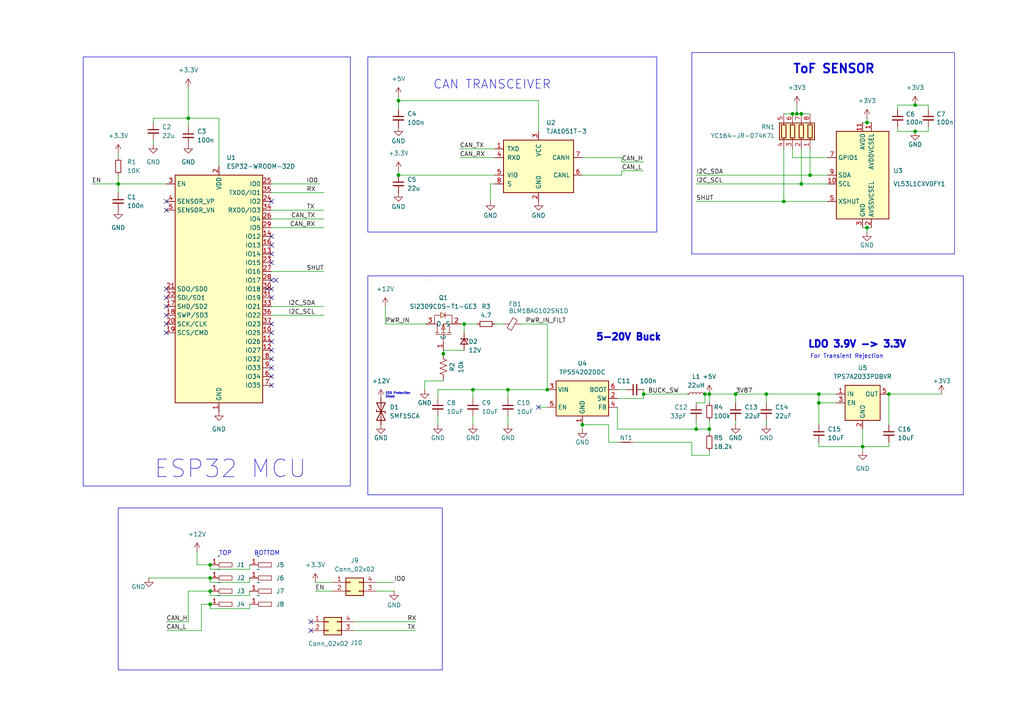
<source format=kicad_sch>
(kicad_sch (version 20231120) (generator "eeschema") (generator_version "8.0")
  (paper "A4")
  (lib_symbols
    (symbol "Connector_Generic:Conn_02x02_Counter_Clockwise" (pin_names (offset 1.016) hide)
      (property "Reference" "J" (at 1.27 2.54 0))
      (property "Value" "Conn_02x02_Counter_Clockwise" (at 1.27 -5.08 0))
      (symbol "Conn_02x02_Counter_Clockwise_1_1"
        (rectangle (start -1.27 -2.413) (end 0 -2.667) (stroke (width 0.1524)))
        (rectangle (start -1.27 0.127) (end 0 -0.127) (stroke (width 0.1524)))
        (rectangle (start -1.27 1.27) (end 3.81 -3.81) (stroke (width 0.254)) (fill (type background)))
        (rectangle (start 3.81 -2.413) (end 2.54 -2.667) (stroke (width 0.1524)))
        (rectangle (start 3.81 0.127) (end 2.54 -0.127) (stroke (width 0.1524)))
        (pin passive line (at -5.08 0 0) (length 3.81) (name "Pin_1") (number "1"))
        (pin passive line (at -5.08 -2.54 0) (length 3.81) (name "Pin_2") (number "2"))
        (pin passive line (at 7.62 -2.54 180) (length 3.81) (name "Pin_3") (number "3"))
        (pin passive line (at 7.62 0 180) (length 3.81) (name "Pin_4") (number "4"))
      )
    )
    (symbol "Device:C_Small" (pin_numbers hide) (pin_names (offset 0.254) hide)
      (property "Reference" "C" (at 0.254 1.778 0))
      (property "Value" "C_Small" (at 0.254 -2.032 0))
      (symbol "C_Small_0_1"
        (polyline (pts (xy -1.524 -0.508) (xy 1.524 -0.508)) (stroke (width 0.3302)))
        (polyline (pts (xy -1.524 0.508) (xy 1.524 0.508)) (stroke (width 0.3048)))
      )
      (symbol "C_Small_1_1"
        (pin passive line (at 0 2.54 270) (length 2.032) (name "~") (number "1"))
        (pin passive line (at 0 -2.54 90) (length 2.032) (name "~") (number "2"))
      )
    )
    (symbol "Device:D_TVS" (pin_numbers hide) (pin_names (offset 1.016) hide)
      (property "Reference" "D" (at 0 2.54 0))
      (property "Value" "D_TVS" (at 0 -2.54 0))
      (symbol "D_TVS_0_1"
        (polyline (pts (xy 1.27 0) (xy -1.27 0)))
        (polyline (pts (xy 0.508 1.27) (xy 0 1.27) (xy 0 -1.27) (xy -0.508 -1.27)) (stroke (width 0.254)))
        (polyline (pts (xy -2.54 1.27) (xy -2.54 -1.27) (xy 2.54 1.27) (xy 2.54 -1.27) (xy -2.54 1.27)) (stroke (width 0.254)))
      )
      (symbol "D_TVS_1_1"
        (pin passive line (at -3.81 0 0) (length 2.54) (name "A1") (number "1"))
        (pin passive line (at 3.81 0 180) (length 2.54) (name "A2") (number "2"))
      )
    )
    (symbol "Device:D_Zener_Small" (pin_numbers hide) (pin_names (offset 0.254) hide)
      (property "Reference" "D" (at 0 2.286 0))
      (property "Value" "D_Zener_Small" (at 0 -2.286 0))
      (symbol "D_Zener_Small_0_1"
        (polyline (pts (xy 0.762 0) (xy -0.762 0)))
        (polyline (pts (xy -0.254 1.016) (xy -0.762 1.016) (xy -0.762 -1.016)) (stroke (width 0.254)))
        (polyline (pts (xy 0.762 1.016) (xy -0.762 0) (xy 0.762 -1.016) (xy 0.762 1.016)) (stroke (width 0.254)))
      )
      (symbol "D_Zener_Small_1_1"
        (pin passive line (at -2.54 0 0) (length 1.778) (name "K") (number "1"))
        (pin passive line (at 2.54 0 180) (length 1.778) (name "A") (number "2"))
      )
    )
    (symbol "Device:FerriteBead_Small" (pin_numbers hide) (pin_names (offset 0))
      (property "Reference" "FB" (at 1.905 1.27 0))
      (property "Value" "FerriteBead_Small" (at 1.905 -1.27 0))
      (symbol "FerriteBead_Small_0_1"
        (polyline (pts (xy 0 -1.27) (xy 0 -0.7874)))
        (polyline (pts (xy 0 0.889) (xy 0 1.2954)))
        (polyline (pts (xy -1.8288 0.2794) (xy -1.1176 1.4986) (xy 1.8288 -0.2032) (xy 1.1176 -1.4224) (xy -1.8288 0.2794)))
      )
      (symbol "FerriteBead_Small_1_1"
        (pin passive line (at 0 2.54 270) (length 1.27) (name "~") (number "1"))
        (pin passive line (at 0 -2.54 90) (length 1.27) (name "~") (number "2"))
      )
    )
    (symbol "Device:L_Small" (pin_numbers hide) (pin_names (offset 0.254) hide)
      (property "Reference" "L" (at 0.762 1.016 0))
      (property "Value" "L_Small" (at 0.762 -1.016 0))
      (symbol "L_Small_0_1"
        (arc (start 0 -2.032) (mid 0.5058 -1.524) (end 0 -1.016))
        (arc (start 0 -1.016) (mid 0.5058 -0.508) (end 0 0))
        (arc (start 0 0) (mid 0.5058 0.508) (end 0 1.016))
        (arc (start 0 1.016) (mid 0.5058 1.524) (end 0 2.032))
      )
      (symbol "L_Small_1_1"
        (pin passive line (at 0 2.54 270) (length 0.508) (name "~") (number "1"))
        (pin passive line (at 0 -2.54 90) (length 0.508) (name "~") (number "2"))
      )
    )
    (symbol "Device:NetTie_2" (pin_numbers hide) (pin_names (offset 0) hide) (in_bom no)
      (property "Reference" "NT" (at 0 1.27 0))
      (property "Value" "NetTie_2" (at 0 -1.27 0))
      (symbol "NetTie_2_0_1"
        (polyline (pts (xy -1.27 0) (xy 1.27 0)) (stroke (width 0.254)))
      )
      (symbol "NetTie_2_1_1"
        (pin passive line (at -2.54 0 0) (length 2.54) (name "1") (number "1"))
        (pin passive line (at 2.54 0 180) (length 2.54) (name "2") (number "2"))
      )
    )
    (symbol "Device:R_Pack04" (pin_names (offset 0) hide)
      (property "Reference" "RN" (at -7.62 0 90))
      (property "Value" "R_Pack04" (at 5.08 0 90))
      (symbol "R_Pack04_0_1"
        (rectangle (start -6.35 -2.413) (end 3.81 2.413) (stroke (width 0.254)) (fill (type background)))
        (rectangle (start -5.715 1.905) (end -4.445 -1.905) (stroke (width 0.254)))
        (rectangle (start -3.175 1.905) (end -1.905 -1.905) (stroke (width 0.254)))
        (rectangle (start -0.635 1.905) (end 0.635 -1.905) (stroke (width 0.254)))
        (polyline (pts (xy -5.08 -2.54) (xy -5.08 -1.905)))
        (polyline (pts (xy -5.08 1.905) (xy -5.08 2.54)))
        (polyline (pts (xy -2.54 -2.54) (xy -2.54 -1.905)))
        (polyline (pts (xy -2.54 1.905) (xy -2.54 2.54)))
        (polyline (pts (xy 0 -2.54) (xy 0 -1.905)))
        (polyline (pts (xy 0 1.905) (xy 0 2.54)))
        (polyline (pts (xy 2.54 -2.54) (xy 2.54 -1.905)))
        (polyline (pts (xy 2.54 1.905) (xy 2.54 2.54)))
        (rectangle (start 1.905 1.905) (end 3.175 -1.905) (stroke (width 0.254)))
      )
      (symbol "R_Pack04_1_1"
        (pin passive line (at -5.08 -5.08 90) (length 2.54) (name "R1.1") (number "1"))
        (pin passive line (at -2.54 -5.08 90) (length 2.54) (name "R2.1") (number "2"))
        (pin passive line (at 0 -5.08 90) (length 2.54) (name "R3.1") (number "3"))
        (pin passive line (at 2.54 -5.08 90) (length 2.54) (name "R4.1") (number "4"))
        (pin passive line (at 2.54 5.08 270) (length 2.54) (name "R4.2") (number "5"))
        (pin passive line (at 0 5.08 270) (length 2.54) (name "R3.2") (number "6"))
        (pin passive line (at -2.54 5.08 270) (length 2.54) (name "R2.2") (number "7"))
        (pin passive line (at -5.08 5.08 270) (length 2.54) (name "R1.2") (number "8"))
      )
    )
    (symbol "Device:R_Small" (pin_numbers hide) (pin_names (offset 0.254) hide)
      (property "Reference" "R" (at 0.762 0.508 0))
      (property "Value" "R_Small" (at 0.762 -1.016 0))
      (symbol "R_Small_0_1"
        (rectangle (start -0.762 1.778) (end 0.762 -1.778) (stroke (width 0.2032)))
      )
      (symbol "R_Small_1_1"
        (pin passive line (at 0 2.54 270) (length 0.762) (name "~") (number "1"))
        (pin passive line (at 0 -2.54 90) (length 0.762) (name "~") (number "2"))
      )
    )
    (symbol "Device:R_US" (pin_numbers hide) (pin_names (offset 0))
      (property "Reference" "R" (at 2.54 0 90))
      (property "Value" "R_US" (at -2.54 0 90))
      (symbol "R_US_0_1"
        (polyline (pts (xy 0 -2.286) (xy 0 -2.54)))
        (polyline (pts (xy 0 2.286) (xy 0 2.54)))
        (polyline (pts (xy 0 -0.762) (xy 1.016 -1.143) (xy 0 -1.524) (xy -1.016 -1.905) (xy 0 -2.286)))
        (polyline (pts (xy 0 0.762) (xy 1.016 0.381) (xy 0 0) (xy -1.016 -0.381) (xy 0 -0.762)))
        (polyline (pts (xy 0 2.286) (xy 1.016 1.905) (xy 0 1.524) (xy -1.016 1.143) (xy 0 0.762)))
      )
      (symbol "R_US_1_1"
        (pin passive line (at 0 3.81 270) (length 1.27) (name "~") (number "1"))
        (pin passive line (at 0 -3.81 90) (length 1.27) (name "~") (number "2"))
      )
    )
    (symbol "Interface_CAN_LIN:TJA1051T-3" (pin_names (offset 1.016))
      (property "Reference" "U" (at -10.16 8.89 0))
      (property "Value" "TJA1051T-3" (at 1.27 8.89 0))
      (symbol "TJA1051T-3_0_1"
        (rectangle (start -10.16 7.62) (end 10.16 -7.62) (stroke (width 0.254)) (fill (type background)))
      )
      (symbol "TJA1051T-3_1_1"
        (pin input line (at -12.7 5.08 0) (length 2.54) (name "TXD") (number "1"))
        (pin power_in line (at 0 -10.16 90) (length 2.54) (name "GND") (number "2"))
        (pin power_in line (at 0 10.16 270) (length 2.54) (name "VCC") (number "3"))
        (pin output line (at -12.7 2.54 0) (length 2.54) (name "RXD") (number "4"))
        (pin power_in line (at -12.7 -2.54 0) (length 2.54) (name "VIO") (number "5"))
        (pin bidirectional line (at 12.7 -2.54 180) (length 2.54) (name "CANL") (number "6"))
        (pin bidirectional line (at 12.7 2.54 180) (length 2.54) (name "CANH") (number "7"))
        (pin input line (at -12.7 -5.08 0) (length 2.54) (name "S") (number "8"))
      )
    )
    (symbol "Pad:ConnPad"
      (property "Reference" "J" (at 0 0 0))
      (symbol "ConnPad_0_1"
        (rectangle (start 0 -1.9276) (end 3.81 -3.1592))
      )
      (symbol "ConnPad_1_1"
        (pin unspecified line (at -2.54 -2.54 0) (length 2.54) (name "") (number "1"))
      )
    )
    (symbol "RF_Module:ESP32-WROOM-32D"
      (property "Reference" "U" (at -12.7 34.29 0))
      (property "Value" "ESP32-WROOM-32D" (at 1.27 34.29 0))
      (symbol "ESP32-WROOM-32D_0_1"
        (rectangle (start -12.7 33.02) (end 12.7 -33.02) (stroke (width 0.254)) (fill (type background)))
      )
      (symbol "ESP32-WROOM-32D_1_1"
        (pin power_in line (at 0 -35.56 90) (length 2.54) (name "GND") (number "1"))
        (pin bidirectional line (at 15.24 -12.7 180) (length 2.54) (name "IO25") (number "10"))
        (pin bidirectional line (at 15.24 -15.24 180) (length 2.54) (name "IO26") (number "11"))
        (pin bidirectional line (at 15.24 -17.78 180) (length 2.54) (name "IO27") (number "12"))
        (pin bidirectional line (at 15.24 10.16 180) (length 2.54) (name "IO14") (number "13"))
        (pin bidirectional line (at 15.24 15.24 180) (length 2.54) (name "IO12") (number "14"))
        (pin passive line (at 0 -35.56 90) (length 2.54) hide (name "GND") (number "15"))
        (pin bidirectional line (at 15.24 12.7 180) (length 2.54) (name "IO13") (number "16"))
        (pin bidirectional line (at -15.24 -5.08 0) (length 2.54) (name "SHD/SD2") (number "17"))
        (pin bidirectional line (at -15.24 -7.62 0) (length 2.54) (name "SWP/SD3") (number "18"))
        (pin bidirectional line (at -15.24 -12.7 0) (length 2.54) (name "SCS/CMD") (number "19"))
        (pin power_in line (at 0 35.56 270) (length 2.54) (name "VDD") (number "2"))
        (pin bidirectional line (at -15.24 -10.16 0) (length 2.54) (name "SCK/CLK") (number "20"))
        (pin bidirectional line (at -15.24 0 0) (length 2.54) (name "SDO/SD0") (number "21"))
        (pin bidirectional line (at -15.24 -2.54 0) (length 2.54) (name "SDI/SD1") (number "22"))
        (pin bidirectional line (at 15.24 7.62 180) (length 2.54) (name "IO15") (number "23"))
        (pin bidirectional line (at 15.24 25.4 180) (length 2.54) (name "IO2") (number "24"))
        (pin bidirectional line (at 15.24 30.48 180) (length 2.54) (name "IO0") (number "25"))
        (pin bidirectional line (at 15.24 20.32 180) (length 2.54) (name "IO4") (number "26"))
        (pin bidirectional line (at 15.24 5.08 180) (length 2.54) (name "IO16") (number "27"))
        (pin bidirectional line (at 15.24 2.54 180) (length 2.54) (name "IO17") (number "28"))
        (pin bidirectional line (at 15.24 17.78 180) (length 2.54) (name "IO5") (number "29"))
        (pin input line (at -15.24 30.48 0) (length 2.54) (name "EN") (number "3"))
        (pin bidirectional line (at 15.24 0 180) (length 2.54) (name "IO18") (number "30"))
        (pin bidirectional line (at 15.24 -2.54 180) (length 2.54) (name "IO19") (number "31"))
        (pin no_connect line (at -12.7 -27.94 0) (length 2.54) hide (name "NC") (number "32"))
        (pin bidirectional line (at 15.24 -5.08 180) (length 2.54) (name "IO21") (number "33"))
        (pin bidirectional line (at 15.24 22.86 180) (length 2.54) (name "RXD0/IO3") (number "34"))
        (pin bidirectional line (at 15.24 27.94 180) (length 2.54) (name "TXD0/IO1") (number "35"))
        (pin bidirectional line (at 15.24 -7.62 180) (length 2.54) (name "IO22") (number "36"))
        (pin bidirectional line (at 15.24 -10.16 180) (length 2.54) (name "IO23") (number "37"))
        (pin passive line (at 0 -35.56 90) (length 2.54) hide (name "GND") (number "38"))
        (pin passive line (at 0 -35.56 90) (length 2.54) hide (name "GND") (number "39"))
        (pin input line (at -15.24 25.4 0) (length 2.54) (name "SENSOR_VP") (number "4"))
        (pin input line (at -15.24 22.86 0) (length 2.54) (name "SENSOR_VN") (number "5"))
        (pin input line (at 15.24 -25.4 180) (length 2.54) (name "IO34") (number "6"))
        (pin input line (at 15.24 -27.94 180) (length 2.54) (name "IO35") (number "7"))
        (pin bidirectional line (at 15.24 -20.32 180) (length 2.54) (name "IO32") (number "8"))
        (pin bidirectional line (at 15.24 -22.86 180) (length 2.54) (name "IO33") (number "9"))
      )
    )
    (symbol "Regulator_Linear:TPS7A0508PDBV"
      (property "Reference" "U" (at -3.81 6.35 0))
      (property "Value" "TPS7A0508PDBV" (at 6.35 6.35 0))
      (symbol "TPS7A0508PDBV_0_1"
        (rectangle (start -5.08 -5.08) (end 5.08 5.08) (stroke (width 0.254)) (fill (type background)))
        (pin power_in line (at -7.62 2.54 0) (length 2.54) (name "IN") (number "1"))
        (pin power_in line (at 0 -7.62 90) (length 2.54) (name "GND") (number "2"))
        (pin input line (at -7.62 0 0) (length 2.54) (name "EN") (number "3"))
        (pin no_connect line (at 5.08 0 180) (length 2.54) hide (name "NC") (number "4"))
        (pin power_out line (at 7.62 2.54 180) (length 2.54) (name "OUT") (number "5"))
      )
    )
    (symbol "Regulator_Switching:TPS54202DDC"
      (property "Reference" "U" (at -7.62 6.35 0))
      (property "Value" "TPS54202DDC" (at 0 6.35 0))
      (symbol "TPS54202DDC_0_1"
        (rectangle (start -7.62 5.08) (end 7.62 -5.08) (stroke (width 0.254)) (fill (type background)))
      )
      (symbol "TPS54202DDC_1_1"
        (pin power_in line (at 0 -7.62 90) (length 2.54) (name "GND") (number "1"))
        (pin power_out line (at 10.16 0 180) (length 2.54) (name "SW") (number "2"))
        (pin power_in line (at -10.16 2.54 0) (length 2.54) (name "VIN") (number "3"))
        (pin input line (at 10.16 -2.54 180) (length 2.54) (name "FB") (number "4"))
        (pin input line (at -10.16 -2.54 0) (length 2.54) (name "EN") (number "5"))
        (pin passive line (at 10.16 2.54 180) (length 2.54) (name "BOOT") (number "6"))
      )
    )
    (symbol "SI2309CDS-T1-GE3:Si2309CDS-T1-GE3"
      (property "Reference" "Q" (at 0 10.16 0))
      (property "Value" "Si2309CDS-T1-GE3" (at 0 -10.16 0))
      (symbol "Si2309CDS-T1-GE3_0_1"
        (polyline (pts (xy -4.57 0) (xy -2.54 0)))
        (polyline (pts (xy -2.54 -2.29) (xy -2.54 2.29)))
        (polyline (pts (xy -2.03 -1.27) (xy -2.03 -2.29)))
        (polyline (pts (xy -2.03 0.51) (xy -2.03 -0.51)))
        (polyline (pts (xy -2.03 2.29) (xy -2.03 1.27)))
        (polyline (pts (xy 0.51 -1.78) (xy -2.03 -1.78)))
        (polyline (pts (xy 0.51 1.78) (xy -2.03 1.78)))
        (polyline (pts (xy -2.03 0) (xy 0.51 0) (xy 0.51 2.54)))
        (polyline (pts (xy 0.51 2.54) (xy 3.05 2.54) (xy 3.05 0.51)))
        (polyline (pts (xy 0.51 -1.78) (xy 0.51 -2.54) (xy 3.05 -2.54) (xy 3.05 -0.76)))
        (polyline (pts (xy 0.51 0) (xy -1.02 -0.51) (xy -1.02 0.51) (xy 0.51 0)) (fill (type background)))
        (polyline (pts (xy 3.05 0.51) (xy 3.81 -0.76) (xy 2.29 -0.76) (xy 3.05 0.51)) (fill (type background)))
        (polyline (pts (xy 3.81 0.51) (xy 3.56 0.51) (xy 2.54 0.51) (xy 2.29 0.51)))
        (pin unspecified line (at -7.11 0 0) (length 2.54) (name "G") (number "1"))
        (pin unspecified line (at 0.51 5.08 270) (length 2.54) (name "S") (number "2"))
        (pin unspecified line (at 0.51 -5.08 90) (length 2.54) (name "D") (number "3"))
      )
    )
    (symbol "Sensor_Distance:VL53L1CXV0FY1"
      (property "Reference" "U" (at -6.35 13.97 0))
      (property "Value" "VL53L1CXV0FY1" (at 12.065 13.97 0))
      (symbol "VL53L1CXV0FY1_0_1"
        (rectangle (start -7.62 12.7) (end 7.62 -12.7) (stroke (width 0.254)) (fill (type background)))
      )
      (symbol "VL53L1CXV0FY1_1_1"
        (pin power_in line (at 2.54 15.24 270) (length 2.54) (name "AVDDVCSEL") (number "1"))
        (pin input line (at -10.16 -2.54 0) (length 2.54) (name "SCL") (number "10"))
        (pin power_in line (at 0 15.24 270) (length 2.54) (name "AVDD") (number "11"))
        (pin passive line (at 0 -15.24 90) (length 2.54) hide (name "GND") (number "12"))
        (pin power_in line (at 2.54 -15.24 90) (length 2.54) (name "AVSSVCSEL") (number "2"))
        (pin power_in line (at 0 -15.24 90) (length 2.54) (name "GND") (number "3"))
        (pin passive line (at 0 -15.24 90) (length 2.54) hide (name "GND") (number "4"))
        (pin input line (at -10.16 -7.62 0) (length 2.54) (name "XSHUT") (number "5"))
        (pin passive line (at 0 -15.24 90) (length 2.54) hide (name "GND") (number "6"))
        (pin open_collector line (at -10.16 5.08 0) (length 2.54) (name "GPIO1") (number "7"))
        (pin no_connect line (at -7.62 7.62 0) (length 2.54) hide (name "DNC") (number "8"))
        (pin bidirectional line (at -10.16 0 0) (length 2.54) (name "SDA") (number "9"))
      )
    )
    (symbol "power:+12V" (power) (pin_names (offset 0))
      (property "Value" "+12V" (at 0 3.556 0))
      (symbol "+12V_0_1"
        (polyline (pts (xy -0.762 1.27) (xy 0 2.54)))
        (polyline (pts (xy 0 0) (xy 0 2.54)))
        (polyline (pts (xy 0 2.54) (xy 0.762 1.27)))
      )
      (symbol "+12V_1_1"
        (pin power_in line (at 0 0 90) (length 0) hide (name "+12V") (number "1"))
      )
    )
    (symbol "power:+3.3V" (power) (pin_numbers hide) (pin_names (offset 0) hide)
      (property "Value" "+3.3V" (at 0 3.556 0))
      (symbol "+3.3V_0_1"
        (polyline (pts (xy -0.762 1.27) (xy 0 2.54)))
        (polyline (pts (xy 0 0) (xy 0 2.54)))
        (polyline (pts (xy 0 2.54) (xy 0.762 1.27)))
      )
      (symbol "+3.3V_1_1"
        (pin power_in line (at 0 0 90) (length 0) (name "~") (number "1"))
      )
    )
    (symbol "power:+3V3" (power) (pin_names (offset 0))
      (property "Value" "+3V3" (at 0 3.556 0))
      (symbol "+3V3_0_1"
        (polyline (pts (xy -0.762 1.27) (xy 0 2.54)))
        (polyline (pts (xy 0 0) (xy 0 2.54)))
        (polyline (pts (xy 0 2.54) (xy 0.762 1.27)))
      )
      (symbol "+3V3_1_1"
        (pin power_in line (at 0 0 90) (length 0) hide (name "+3V3") (number "1"))
      )
    )
    (symbol "power:+5V" (power) (pin_numbers hide) (pin_names (offset 0) hide)
      (property "Value" "+5V" (at 0 3.556 0))
      (symbol "+5V_0_1"
        (polyline (pts (xy -0.762 1.27) (xy 0 2.54)))
        (polyline (pts (xy 0 0) (xy 0 2.54)))
        (polyline (pts (xy 0 2.54) (xy 0.762 1.27)))
      )
      (symbol "+5V_1_1"
        (pin power_in line (at 0 0 90) (length 0) (name "~") (number "1"))
      )
    )
    (symbol "power:GND" (power) (pin_numbers hide) (pin_names (offset 0) hide)
      (property "Value" "GND" (at 0 -3.81 0))
      (symbol "GND_0_1"
        (polyline (pts (xy 0 0) (xy 0 -1.27) (xy 1.27 -1.27) (xy 0 -2.54) (xy -1.27 -1.27) (xy 0 -1.27)))
      )
      (symbol "GND_1_1"
        (pin power_in line (at 0 0 270) (length 0) (name "~") (number "1"))
      )
    )
  )
  (junction (at 204.47 114.3))
  (junction (at 234.95 50.8))
  (junction (at 237.49 114.3))
  (junction (at 232.41 33.02))
  (junction (at 60.96 175.26))
  (junction (at 257.81 114.3))
  (junction (at 168.91 123.19))
  (junction (at 251.46 66.04))
  (junction (at 147.32 113.03))
  (junction (at 213.36 114.3))
  (junction (at 250.19 129.54))
  (junction (at 205.74 124.46))
  (junction (at 186.69 114.3))
  (junction (at 251.46 35.56))
  (junction (at 222.25 114.3))
  (junction (at 60.96 167.64))
  (junction (at 115.57 50.8))
  (junction (at 158.75 113.03))
  (junction (at 231.14 33.02))
  (junction (at 205.74 114.3))
  (junction (at 54.61 34.29))
  (junction (at 201.93 124.46))
  (junction (at 115.57 29.21))
  (junction (at 229.87 33.02))
  (junction (at 34.29 53.34))
  (junction (at 60.96 171.45))
  (junction (at 227.33 58.42))
  (junction (at 134.62 93.98))
  (junction (at 232.41 53.34))
  (junction (at 237.49 116.84))
  (junction (at 60.96 163.83))
  (junction (at 128.595 102.6053))
  (junction (at 137.16 113.03))
  (junction (at 265.43 38.1))
  (junction (at 265.43 30.48))
  (no_connect (at 78.74 111.76))
  (no_connect (at 80.01 81.28))
  (no_connect (at 78.74 104.14))
  (no_connect (at 78.74 58.42))
  (no_connect (at 90.17 182.88))
  (no_connect (at 78.74 106.68))
  (no_connect (at 48.26 83.82))
  (no_connect (at 78.74 99.06))
  (no_connect (at 78.74 109.22))
  (no_connect (at 48.26 86.36))
  (no_connect (at 78.74 73.66))
  (no_connect (at 78.74 71.12))
  (no_connect (at 48.26 60.96))
  (no_connect (at 48.26 91.44))
  (no_connect (at 78.74 83.82))
  (no_connect (at 78.74 101.6))
  (no_connect (at 78.74 86.36))
  (no_connect (at 48.26 93.98))
  (no_connect (at 48.26 88.9))
  (no_connect (at 78.74 68.58))
  (no_connect (at 78.74 93.98))
  (no_connect (at 48.26 96.52))
  (no_connect (at 78.74 76.2))
  (no_connect (at 156.21 118.11))
  (no_connect (at 78.74 81.28))
  (no_connect (at 90.17 180.34))
  (no_connect (at 78.74 96.52))
  (no_connect (at 48.26 58.42))
  (no_connect (at 77.47 83.82))
  (wire (pts (xy 257.81 114.3) (xy 257.81 123.19)))
  (wire (pts (xy 143.51 93.98) (xy 146.05 93.98)))
  (wire (pts (xy 205.74 121.92) (xy 205.74 124.46)))
  (wire (pts (xy 227.33 58.42) (xy 240.03 58.42)))
  (wire (pts (xy 57.15 160.02) (xy 57.15 163.83)))
  (wire (pts (xy 115.57 50.8) (xy 143.51 50.8)))
  (wire (pts (xy 201.93 116.84) (xy 204.47 116.84)))
  (wire (pts (xy 102.87 180.34) (xy 120.65 180.34)))
  (wire (pts (xy 123.19 110.49) (xy 128.595 110.49)))
  (wire (pts (xy 147.32 113.03) (xy 147.32 115.57)))
  (wire (pts (xy 201.93 121.92) (xy 201.93 124.46)))
  (wire (pts (xy 111.76 93.98) (xy 123.5012 93.98)))
  (wire (pts (xy 44.45 34.29) (xy 54.61 34.29)))
  (wire (pts (xy 269.24 38.1) (xy 269.24 36.83)))
  (wire (pts (xy 232.41 33.02) (xy 234.95 33.02)))
  (wire (pts (xy 232.41 43.18) (xy 232.41 53.34)))
  (wire (pts (xy 72.39 165.1) (xy 60.96 165.1)))
  (wire (pts (xy 26.67 53.34) (xy 34.29 53.34)))
  (wire (pts (xy 58.42 175.26) (xy 60.96 175.26)))
  (wire (pts (xy 237.49 114.3) (xy 237.49 116.84)))
  (wire (pts (xy 115.57 29.21) (xy 156.21 29.21)))
  (wire (pts (xy 232.41 53.34) (xy 240.03 53.34)))
  (wire (pts (xy 176.53 128.27) (xy 176.53 123.19)))
  (wire (pts (xy 205.74 114.3) (xy 204.47 114.3)))
  (wire (pts (xy 115.57 49.53) (xy 115.57 50.8)))
  (wire (pts (xy 176.53 123.19) (xy 168.91 123.19)))
  (wire (pts (xy 179.07 128.27) (xy 176.53 128.27)))
  (wire (pts (xy 213.36 114.3) (xy 213.36 116.84)))
  (wire (pts (xy 242.57 114.3) (xy 237.49 114.3)))
  (wire (pts (xy 257.81 114.3) (xy 273.05 114.3)))
  (wire (pts (xy 200.66 128.27) (xy 200.66 132.08)))
  (wire (pts (xy 231.14 33.02) (xy 229.87 33.02)))
  (wire (pts (xy 201.93 50.8) (xy 234.95 50.8)))
  (wire (pts (xy 54.61 34.29) (xy 54.61 36.83)))
  (wire (pts (xy 257.81 128.27) (xy 257.81 129.54)))
  (wire (pts (xy 237.49 129.54) (xy 250.19 129.54)))
  (wire (pts (xy 72.39 176.53) (xy 60.96 176.53)))
  (wire (pts (xy 54.61 171.45) (xy 60.96 171.45)))
  (wire (pts (xy 127 113.03) (xy 127 115.57)))
  (wire (pts (xy 72.39 167.64) (xy 72.39 168.91)))
  (wire (pts (xy 205.74 114.3) (xy 213.36 114.3)))
  (wire (pts (xy 78.74 88.9) (xy 93.98 88.9)))
  (wire (pts (xy 72.39 163.83) (xy 72.39 165.1)))
  (wire (pts (xy 43.18 167.64) (xy 60.96 167.64)))
  (wire (pts (xy 128.5812 101.5703) (xy 128.5812 102.6053)))
  (wire (pts (xy 156.21 29.21) (xy 156.21 38.1)))
  (wire (pts (xy 137.16 113.03) (xy 137.16 115.57)))
  (wire (pts (xy 179.07 115.57) (xy 186.69 115.57)))
  (wire (pts (xy 115.57 31.75) (xy 115.57 29.21)))
  (wire (pts (xy 234.95 43.18) (xy 234.95 50.8)))
  (wire (pts (xy 205.74 124.46) (xy 205.74 125.73)))
  (wire (pts (xy 91.44 168.91) (xy 96.52 168.91)))
  (wire (pts (xy 179.07 124.46) (xy 179.07 118.11)))
  (wire (pts (xy 60.96 172.72) (xy 60.96 171.45)))
  (wire (pts (xy 180.34 46.99) (xy 180.34 45.72)))
  (wire (pts (xy 123.5012 93.98) (xy 123.5012 93.9503)))
  (wire (pts (xy 250.19 35.56) (xy 251.46 35.56)))
  (wire (pts (xy 133.6612 93.98) (xy 133.6612 93.9503)))
  (wire (pts (xy 168.91 50.8) (xy 180.34 50.8)))
  (wire (pts (xy 269.24 30.48) (xy 269.24 31.75)))
  (wire (pts (xy 134.62 96.52) (xy 134.62 93.98)))
  (wire (pts (xy 237.49 116.84) (xy 242.57 116.84)))
  (wire (pts (xy 137.16 113.03) (xy 147.32 113.03)))
  (wire (pts (xy 213.36 121.92) (xy 213.36 123.19)))
  (wire (pts (xy 134.62 93.98) (xy 133.6612 93.98)))
  (wire (pts (xy 229.87 45.72) (xy 240.03 45.72)))
  (wire (pts (xy 180.34 46.99) (xy 186.69 46.99)))
  (wire (pts (xy 156.21 118.11) (xy 158.75 118.11)))
  (wire (pts (xy 54.61 180.34) (xy 54.61 171.45)))
  (wire (pts (xy 60.96 168.91) (xy 60.96 167.64)))
  (wire (pts (xy 48.26 182.88) (xy 58.42 182.88)))
  (wire (pts (xy 128.5812 102.6053) (xy 128.595 102.6053)))
  (wire (pts (xy 134.62 101.6) (xy 128.595 101.6)))
  (wire (pts (xy 265.43 30.48) (xy 269.24 30.48)))
  (wire (pts (xy 60.96 165.1) (xy 60.96 163.83)))
  (wire (pts (xy 134.62 93.98) (xy 138.43 93.98)))
  (wire (pts (xy 54.61 25.4) (xy 54.61 34.29)))
  (wire (pts (xy 147.32 120.65) (xy 147.32 123.19)))
  (wire (pts (xy 250.19 129.54) (xy 250.19 130.81)))
  (wire (pts (xy 200.66 132.08) (xy 205.74 132.08)))
  (wire (pts (xy 222.25 121.92) (xy 222.25 123.19)))
  (wire (pts (xy 186.69 114.3) (xy 199.39 114.3)))
  (wire (pts (xy 142.24 53.34) (xy 143.51 53.34)))
  (wire (pts (xy 260.35 38.1) (xy 260.35 36.83)))
  (wire (pts (xy 78.74 55.88) (xy 93.98 55.88)))
  (wire (pts (xy 222.25 114.3) (xy 222.25 116.84)))
  (wire (pts (xy 34.29 50.8) (xy 34.29 53.34)))
  (wire (pts (xy 201.93 124.46) (xy 179.07 124.46)))
  (wire (pts (xy 44.45 35.56) (xy 44.45 34.29)))
  (wire (pts (xy 251.46 66.04) (xy 252.73 66.04)))
  (wire (pts (xy 58.42 182.88) (xy 58.42 175.26)))
  (wire (pts (xy 151.13 93.98) (xy 158.75 93.98)))
  (wire (pts (xy 34.29 44.45) (xy 34.29 45.72)))
  (wire (pts (xy 213.36 114.3) (xy 222.25 114.3)))
  (wire (pts (xy 102.87 182.88) (xy 120.65 182.88)))
  (wire (pts (xy 91.44 171.45) (xy 96.52 171.45)))
  (wire (pts (xy 265.43 38.1) (xy 260.35 38.1)))
  (wire (pts (xy 127 113.03) (xy 137.16 113.03)))
  (wire (pts (xy 186.69 115.57) (xy 186.69 114.3)))
  (wire (pts (xy 251.46 35.56) (xy 252.73 35.56)))
  (wire (pts (xy 34.29 53.34) (xy 48.26 53.34)))
  (wire (pts (xy 204.47 114.3) (xy 204.47 116.84)))
  (wire (pts (xy 72.39 172.72) (xy 60.96 172.72)))
  (wire (pts (xy 186.69 114.3) (xy 186.69 113.03)))
  (wire (pts (xy 158.75 93.98) (xy 158.75 113.03)))
  (wire (pts (xy 72.39 168.91) (xy 60.96 168.91)))
  (wire (pts (xy 34.29 53.34) (xy 34.29 55.88)))
  (wire (pts (xy 78.74 60.96) (xy 93.98 60.96)))
  (wire (pts (xy 78.74 66.04) (xy 93.98 66.04)))
  (wire (pts (xy 78.74 63.5) (xy 93.98 63.5)))
  (wire (pts (xy 231.14 30.48) (xy 231.14 33.02)))
  (wire (pts (xy 128.595 110.49) (xy 128.595 110.2253)))
  (wire (pts (xy 72.39 175.26) (xy 72.39 176.53)))
  (wire (pts (xy 147.32 113.03) (xy 158.75 113.03)))
  (wire (pts (xy 205.74 130.81) (xy 205.74 132.08)))
  (wire (pts (xy 60.96 163.83) (xy 57.15 163.83)))
  (wire (pts (xy 250.19 124.46) (xy 250.19 129.54)))
  (wire (pts (xy 48.26 180.34) (xy 54.61 180.34)))
  (wire (pts (xy 180.34 50.8) (xy 180.34 49.53)))
  (wire (pts (xy 201.93 53.34) (xy 232.41 53.34)))
  (wire (pts (xy 201.93 58.42) (xy 227.33 58.42)))
  (wire (pts (xy 250.19 66.04) (xy 251.46 66.04)))
  (wire (pts (xy 60.96 176.53) (xy 60.96 175.26)))
  (wire (pts (xy 229.87 43.18) (xy 229.87 45.72)))
  (wire (pts (xy 231.14 33.02) (xy 232.41 33.02)))
  (wire (pts (xy 251.46 67.31) (xy 251.46 66.04)))
  (wire (pts (xy 205.74 114.3) (xy 205.74 116.84)))
  (wire (pts (xy 222.25 114.3) (xy 237.49 114.3)))
  (wire (pts (xy 109.22 168.91) (xy 114.3 168.91)))
  (wire (pts (xy 227.33 43.18) (xy 227.33 58.42)))
  (wire (pts (xy 63.5 34.29) (xy 54.61 34.29)))
  (wire (pts (xy 180.34 49.53) (xy 186.69 49.53)))
  (wire (pts (xy 265.43 30.48) (xy 260.35 30.48)))
  (wire (pts (xy 133.35 45.72) (xy 143.51 45.72)))
  (wire (pts (xy 127 120.65) (xy 127 123.19)))
  (wire (pts (xy 168.91 123.19) (xy 168.91 124.46)))
  (wire (pts (xy 78.74 78.74) (xy 93.98 78.74)))
  (wire (pts (xy 265.43 38.1) (xy 269.24 38.1)))
  (wire (pts (xy 63.5 48.26) (xy 63.5 34.29)))
  (wire (pts (xy 260.35 30.48) (xy 260.35 31.75)))
  (wire (pts (xy 237.49 116.84) (xy 237.49 123.19)))
  (wire (pts (xy 184.15 128.27) (xy 200.66 128.27)))
  (wire (pts (xy 237.49 129.54) (xy 237.49 128.27)))
  (wire (pts (xy 111.76 88.9) (xy 111.76 93.98)))
  (wire (pts (xy 44.45 41.91) (xy 44.45 40.64)))
  (wire (pts (xy 72.39 171.45) (xy 72.39 172.72)))
  (wire (pts (xy 168.91 45.72) (xy 180.34 45.72)))
  (wire (pts (xy 115.57 27.94) (xy 115.57 29.21)))
  (wire (pts (xy 179.07 113.03) (xy 181.61 113.03)))
  (wire (pts (xy 142.24 58.42) (xy 142.24 53.34)))
  (wire (pts (xy 109.22 171.45) (xy 114.3 171.45)))
  (wire (pts (xy 227.33 33.02) (xy 229.87 33.02)))
  (wire (pts (xy 137.16 120.65) (xy 137.16 123.19)))
  (wire (pts (xy 251.46 34.29) (xy 251.46 35.56)))
  (wire (pts (xy 234.95 50.8) (xy 240.03 50.8)))
  (wire (pts (xy 250.19 129.54) (xy 257.81 129.54)))
  (wire (pts (xy 133.35 43.18) (xy 143.51 43.18)))
  (wire (pts (xy 123.19 110.49) (xy 123.19 113.03)))
  (wire (pts (xy 78.74 91.44) (xy 93.98 91.44)))
  (wire (pts (xy 205.74 124.46) (xy 201.93 124.46)))
  (wire (pts (xy 128.595 101.6) (xy 128.595 102.6053)))
  (wire (pts (xy 78.74 53.34) (xy 92.71 53.34)))
  (rectangle (start 34.29 147.32) (end 128.27 194.31))
  (rectangle (start 106.68 16.51) (end 190.5 67.31))
  (rectangle (start 200.66 15.24) (end 276.86 73.66))
  (rectangle (start 106.68 80.01) (end 279.4 143.51))
  (rectangle (start 24.13 16.51) (end 101.6 140.97))
  (rectangle (start 124.46 81.28) (end 124.46 81.28))
  (text "5-20V Buck" (at 172.72 99.06 0) (effects (font (size 2 2) (thickness 0.508) (bold yes)) (justify left bottom)))
  (text "LDO 3.9V -> 3.3V" (at 234.2119 101.1208 0) (effects (font (size 2 2) (thickness 0.508) (bold yes)) (justify left bottom)))
  (text "CAN TRANSCEIVER" (at 142.748 24.638 0) (effects (font (size 2.54 2.54))))
  (text "ESD Protection\nDiode" (at 111.76 115.57 0) (effects (font (size 0.635 0.635)) (justify left bottom)))
  (text "TOP" (at 63.5 161.29 0) (effects (font (size 1.27 1.27)) (justify left bottom)))
  (text "ToF SENSOR" (at 229.87 21.59 0) (effects (font (size 2.54 2.54) (thickness 0.508) (bold yes)) (justify left bottom)))
  (text "BOTTOM" (at 73.66 161.29 0) (effects (font (size 1.27 1.27)) (justify left bottom)))
  (text "ESP32 MCU" (at 66.802 136.144 0) (effects (font (size 5.08 5.08))))
  (text "For Transient Rejection" (at 234.95 104.14 0) (effects (font (size 1.2 1.2)) (justify left bottom)))
  (label "BUCK_SW" (at 187.96 114.3 0))
  (label "I2C_SDA" (at 91.44 88.9 180))
  (label "CAN_RX" (at 133.35 45.72 0))
  (label "CAN_TX" (at 133.35 43.18 0))
  (label "CAN_L" (at 48.26 182.88 0))
  (label "SHUT" (at 201.93 58.42 0))
  (label "TX" (at 88.9 60.96 0))
  (label "CAN_H" (at 180.34 46.99 0))
  (label "IO0" (at 88.9 53.34 0))
  (label "CAN_L" (at 180.34 49.53 0))
  (label "SHUT" (at 88.9 78.74 0))
  (label "RX" (at 118.11 180.34 0))
  (label "CAN_RX" (at 91.44 66.04 180))
  (label "I2C_SCL" (at 91.44 91.44 180))
  (label "TX" (at 118.11 182.88 0))
  (label "I2C_SCL" (at 201.93 53.34 0))
  (label "PWR_IN" (at 111.76 93.98 0))
  (label "IO0" (at 114.3 168.91 0))
  (label "EN" (at 91.44 171.45 0))
  (label "PWR_IN_FILT" (at 152.4 93.98 0))
  (label "CAN_TX" (at 91.44 63.5 180))
  (label "CAN_H" (at 48.26 180.34 0))
  (label "EN" (at 26.67 53.34 0))
  (label "3V87" (at 213.36 114.3 0))
  (label "I2C_SDA" (at 201.93 50.8 0))
  (label "RX" (at 88.9 55.88 0))
  (symbol (lib_id "power:GND") (at 115.57 36.83 0) (unit 1)
    (property "Reference" "#PWR08" (effects (hide yes)))
    (property "Value" "GND" (at 115.57 40.894 0))
    (property "Description" "Power symbol creates a global label with name \"GND\" , ground" (effects (hide yes)))
  )
  (symbol (lib_id "power:GND") (at 222.25 123.19 0) (unit 1)
    (property "Reference" "#PWR027" (effects (hide yes)))
    (property "Value" "GND" (at 222.25 127 0))
  )
  (symbol (lib_id "Pad:ConnPad") (at 74.93 165.1 0) (unit 1) (in_bom no)
    (property "Reference" "J6" (at 81.28 167.64 0))
    (property "Value" "~" (at 74.93 165.1 0))
    (property "Footprint" "Library:Pad" (effects (hide yes)))
  )
  (symbol (lib_id "power:+3.3V") (at 54.61 25.4 0) (unit 1)
    (property "Reference" "#PWR04" (effects (hide yes)))
    (property "Value" "+3.3V" (at 54.61 20.32 0))
    (property "Description" "Power symbol creates a global label with name \"+3.3V\"" (effects (hide yes)))
  )
  (symbol (lib_id "power:GND") (at 265.43 38.1 0) (unit 1)
    (property "Reference" "#PWR017" (effects (hide yes)))
    (property "Value" "GND" (at 265.43 41.91 0))
  )
  (symbol (lib_id "power:GND") (at 127 123.19 0) (unit 1)
    (property "Reference" "#PWR022" (effects (hide yes)))
    (property "Value" "GND" (at 127 127 0))
  )
  (symbol (lib_id "Device:FerriteBead_Small") (at 148.59 93.98 90) (unit 1)
    (property "Reference" "FB1" (at 149.4071 88.196 90))
    (property "Value" "BLM18AG102SN1D" (at 156.21 90.17 90))
    (property "Footprint" "Inductor_SMD:L_0603_1608Metric" (effects (hide yes)))
    (property "LCSC Part" "C85824" (effects (hide yes)))
  )
  (symbol (lib_id "power:GND") (at 63.5 119.38 0) (unit 1)
    (property "Reference" "#PWR06" (effects (hide yes)))
    (property "Value" "GND" (at 63.5 124.46 0))
    (property "Description" "Power symbol creates a global label with name \"GND\" , ground" (effects (hide yes)))
  )
  (symbol (lib_id "power:GND") (at 142.24 58.42 0) (unit 1)
    (property "Reference" "#PWR011" (effects (hide yes)))
    (property "Value" "GND" (at 142.24 62.484 0))
    (property "Description" "Power symbol creates a global label with name \"GND\" , ground" (effects (hide yes)))
  )
  (symbol (lib_id "power:+3V3") (at 231.14 30.48 0) (unit 1)
    (property "Reference" "#PWR013" (effects (hide yes)))
    (property "Value" "+3V3" (at 231.14 25.4 0))
  )
  (symbol (lib_id "power:GND") (at 251.46 67.31 0) (unit 1)
    (property "Reference" "#PWR015" (effects (hide yes)))
    (property "Value" "GND" (at 251.46 71.12 0))
  )
  (symbol (lib_id "Sensor_Distance:VL53L1CXV0FY1") (at 250.19 50.8 0) (unit 1)
    (property "Reference" "U3" (at 259.08 49.5299 0) (effects (justify left)))
    (property "Value" "VL53L1CXV0FY1" (at 259.08 53.34 0) (effects (justify left)))
    (property "Footprint" "Sensor_Distance:ST_VL53L1x" (effects (hide yes)))
    (property "Datasheet" "https://www.st.com/resource/en/datasheet/vl53l1x.pdf" (effects (hide yes)))
    (property "LCSC Part" "C190004" (effects (hide yes)))
  )
  (symbol (lib_id "Pad:ConnPad") (at 74.93 168.91 0) (unit 1) (in_bom no)
    (property "Reference" "J7" (at 81.28 171.45 0))
    (property "Value" "~" (at 74.93 168.91 0))
    (property "Footprint" "Library:Pad" (effects (hide yes)))
  )
  (symbol (lib_id "Device:R_Pack04") (at 229.87 38.1 0) (mirror y) (unit 1)
    (property "Reference" "RN1" (at 224.79 36.83 0) (effects (justify left)))
    (property "Value" "YC164-JR-074K7L" (at 224.79 39.37 0) (effects (justify left)))
    (property "Footprint" "Resistor_SMD:R_Array_Convex_4x0603" (effects (hide yes)))
    (property "LCSC Part" "C327044" (effects (hide yes)))
  )
  (symbol (lib_id "power:GND") (at 137.16 123.19 0) (unit 1)
    (property "Reference" "#PWR023" (effects (hide yes)))
    (property "Value" "GND" (at 137.16 127 0))
  )
  (symbol (lib_id "Device:C_Small") (at 115.57 34.29 0) (unit 1)
    (property "Reference" "C4" (at 118.11 33.0262 0) (effects (justify left)))
    (property "Value" "100n" (at 118.11 35.5662 0) (effects (justify left)))
    (property "Footprint" "Capacitor_SMD:C_0603_1608Metric" (effects (hide yes)))
    (property "Description" "Unpolarized capacitor, small symbol" (effects (hide yes)))
  )
  (symbol (lib_id "Device:C_Small") (at 184.15 113.03 90) (unit 1)
    (property "Reference" "C11" (at 182.88 110.49 90) (effects (justify left)))
    (property "Value" "100n" (at 190.5 110.49 90) (effects (justify left)))
    (property "Footprint" "Capacitor_SMD:C_0603_1608Metric" (effects (hide yes)))
    (property "LCSC Part" "C1525" (effects (hide yes)))
  )
  (symbol (lib_id "power:+3.3V") (at 34.29 44.45 0) (unit 1)
    (property "Reference" "#PWR01" (effects (hide yes)))
    (property "Value" "+3.3V" (at 34.29 39.37 0))
    (property "Description" "Power symbol creates a global label with name \"+3.3V\"" (effects (hide yes)))
  )
  (symbol (lib_id "Device:D_Zener_Small") (at 134.62 99.06 270) (unit 1)
    (property "Reference" "D2" (at 135.89 99.06 90) (effects (justify left)))
    (property "Value" "12V" (at 135.89 101.6 90) (effects (justify left)))
    (property "Footprint" "Diode_SMD:D_SOD-523" (effects (hide yes)))
    (property "LCSC Part" "C131801" (effects (hide yes)))
  )
  (symbol (lib_id "Device:R_US") (at 128.595 106.4153 180) (unit 1)
    (property "Reference" "R2" (at 131.135 106.4153 90))
    (property "Value" "10k" (at 133.675 106.4153 90))
    (property "Footprint" "Resistor_SMD:R_0201_0603Metric" (effects (hide yes)))
    (property "LCSC Part" "C25744" (effects (hide yes)))
  )
  (symbol (lib_id "power:GND") (at 156.21 58.42 0) (unit 1)
    (property "Reference" "#PWR012" (effects (hide yes)))
    (property "Value" "GND" (at 156.21 62.484 0))
    (property "Description" "Power symbol creates a global label with name \"GND\" , ground" (effects (hide yes)))
  )
  (symbol (lib_id "Device:C_Small") (at 260.35 34.29 0) (unit 1)
    (property "Reference" "C6" (at 262.6868 33.1216 0) (effects (justify left)))
    (property "Value" "100n" (at 262.6868 35.433 0) (effects (justify left)))
    (property "Footprint" "Capacitor_SMD:C_0603_1608Metric" (effects (hide yes)))
    (property "LCSC Part" "C1525" (effects (hide yes)))
  )
  (symbol (lib_id "Pad:ConnPad") (at 74.93 172.72 0) (unit 1) (in_bom no)
    (property "Reference" "J8" (at 81.28 175.26 0))
    (property "Value" "~" (at 74.93 172.72 0))
    (property "Footprint" "Library:Pad" (effects (hide yes)))
  )
  (symbol (lib_id "Connector_Generic:Conn_02x02_Counter_Clockwise") (at 95.25 180.34 0) (unit 1)
    (property "Reference" "J10" (at 103.378 186.436 0))
    (property "Value" "Conn_02x02" (at 95.25 186.69 0))
    (property "Footprint" "Connector_PinHeader_1.00mm:PinHeader_2x02_P1.00mm_Vertical" (effects (hide yes)))
    (property "Description" "Generic connector, double row, 02x02, counter clockwise pin numbering scheme (similar to DIP package numbering), script generated (kicad-library-utils/schlib/autogen/connector/)" (effects (hide yes)))
  )
  (symbol (lib_id "Device:C_Small") (at 222.25 119.38 0) (unit 1)
    (property "Reference" "C14" (at 224.79 118.11 0) (effects (justify left)))
    (property "Value" "22uF" (at 224.79 120.65 0) (effects (justify left)))
    (property "Footprint" "Capacitor_SMD:C_0603_1608Metric" (effects (hide yes)))
    (property "LCSC Part" "C59461" (effects (hide yes)))
  )
  (symbol (lib_id "Pad:ConnPad") (at 63.5 161.29 0) (unit 1) (in_bom no)
    (property "Reference" "J1" (at 69.85 163.83 0))
    (property "Value" "~" (at 63.5 161.29 0))
    (property "Footprint" "Library:Pad" (effects (hide yes)))
  )
  (symbol (lib_id "power:+3V3") (at 273.05 114.3 0) (unit 1)
    (property "Reference" "#PWR029" (effects (hide yes)))
    (property "Value" "+3V3" (at 270.51 110.49 0) (effects (justify left)))
  )
  (symbol (lib_id "power:GND") (at 147.32 123.19 0) (unit 1)
    (property "Reference" "#PWR024" (effects (hide yes)))
    (property "Value" "GND" (at 147.32 127 0))
  )
  (symbol (lib_id "Device:C_Small") (at 147.32 118.11 0) (unit 1)
    (property "Reference" "C10" (at 149.86 116.8463 0) (effects (justify left)))
    (property "Value" "10uF" (at 149.86 119.3863 0) (effects (justify left)))
    (property "Footprint" "Capacitor_SMD:C_0603_1608Metric" (effects (hide yes)))
    (property "LCSC Part" "C96446" (effects (hide yes)))
  )
  (symbol (lib_id "Pad:ConnPad") (at 63.5 172.72 0) (unit 1) (in_bom no)
    (property "Reference" "J4" (at 69.85 175.26 0))
    (property "Value" "~" (at 63.5 172.72 0))
    (property "Footprint" "Library:Pad" (effects (hide yes)))
  )
  (symbol (lib_id "power:+3.3V") (at 115.57 49.53 0) (unit 1)
    (property "Reference" "#PWR09" (effects (hide yes)))
    (property "Value" "+3.3V" (at 115.57 44.45 0))
    (property "Description" "Power symbol creates a global label with name \"+3.3V\"" (effects (hide yes)))
  )
  (symbol (lib_id "Device:C_Small") (at 257.81 125.73 0) (unit 1)
    (property "Reference" "C16" (at 260.35 124.4663 0) (effects (justify left)))
    (property "Value" "10uF" (at 260.35 127.0063 0) (effects (justify left)))
    (property "Footprint" "Capacitor_SMD:C_0603_1608Metric" (effects (hide yes)))
    (property "LCSC Part" "C96446" (effects (hide yes)))
  )
  (symbol (lib_id "Device:C_Small") (at 137.16 118.11 0) (unit 1)
    (property "Reference" "C9" (at 139.7 116.8463 0) (effects (justify left)))
    (property "Value" "10uF" (at 139.7 119.3863 0) (effects (justify left)))
    (property "Footprint" "Capacitor_SMD:C_0603_1608Metric" (effects (hide yes)))
    (property "LCSC Part" "C96446" (effects (hide yes)))
  )
  (symbol (lib_id "power:GND") (at 44.45 41.91 0) (unit 1)
    (property "Reference" "#PWR03" (effects (hide yes)))
    (property "Value" "GND" (at 44.45 46.99 0))
    (property "Description" "Power symbol creates a global label with name \"GND\" , ground" (effects (hide yes)))
  )
  (symbol (lib_id "power:GND") (at 34.29 60.96 0) (unit 1)
    (property "Reference" "#PWR02" (effects (hide yes)))
    (property "Value" "GND" (at 34.29 66.04 0))
    (property "Description" "Power symbol creates a global label with name \"GND\" , ground" (effects (hide yes)))
  )
  (symbol (lib_id "Pad:ConnPad") (at 63.5 165.1 0) (unit 1) (in_bom no)
    (property "Reference" "J2" (at 69.85 167.64 0))
    (property "Value" "~" (at 63.5 165.1 0))
    (property "Footprint" "Library:Pad" (effects (hide yes)))
  )
  (symbol (lib_id "Regulator_Linear:TPS7A0508PDBV") (at 250.19 116.84 0) (unit 1)
    (property "Reference" "U5" (at 250.19 106.68 0))
    (property "Value" "TPS7A2033PDBVR" (at 250.19 109.22 0))
    (property "Footprint" "Package_TO_SOT_SMD:SOT-23-5" (effects (hide yes)))
    (property "Datasheet" "https://www.ti.com/lit/ds/symlink/tps7a05.pdf" (effects (hide yes)))
    (property "LCSC Part" "C2862740" (effects (hide yes)))
  )
  (symbol (lib_id "power:GND") (at 54.61 41.91 0) (unit 1)
    (property "Reference" "#PWR05" (effects (hide yes)))
    (property "Value" "GND" (at 54.61 46.99 0))
    (property "Description" "Power symbol creates a global label with name \"GND\" , ground" (effects (hide yes)))
  )
  (symbol (lib_id "Device:C_Small") (at 54.61 39.37 0) (unit 1)
    (property "Reference" "C3" (at 57.15 38.1062 0) (effects (justify left)))
    (property "Value" "100n" (at 57.15 40.6462 0) (effects (justify left)))
    (property "Footprint" "Capacitor_SMD:C_0603_1608Metric" (effects (hide yes)))
    (property "Description" "Unpolarized capacitor, small symbol" (effects (hide yes)))
  )
  (symbol (lib_id "power:GND") (at 123.19 113.03 0) (unit 1)
    (property "Reference" "#PWR021" (effects (hide yes)))
    (property "Value" "GND" (at 123.19 116.84 0))
  )
  (symbol (lib_id "RF_Module:ESP32-WROOM-32D") (at 63.5 83.82 0) (unit 1)
    (property "Reference" "U1" (at 65.6941 45.72 0) (effects (justify left)))
    (property "Value" "ESP32-WROOM-32D" (at 65.6941 48.26 0) (effects (justify left)))
    (property "Footprint" "Library:ESP32-WROOM-32D-3d" (effects (hide yes)))
    (property "Datasheet" "https://www.espressif.com/sites/default/files/documentation/esp32-wroom-32d_esp32-wroom-32u_datasheet_en.pdf" (effects (hide yes)))
    (property "Description" "RF Module, ESP32-D0WD SoC, Wi-Fi 802.11b/g/n, Bluetooth, BLE, 32-bit, 2.7-3.6V, onboard antenna, SMD" (effects (hide yes)))
  )
  (symbol (lib_id "Device:C_Small") (at 213.36 119.38 0) (unit 1)
    (property "Reference" "C13" (at 215.9 118.11 0) (effects (justify left)))
    (property "Value" "22uF" (at 215.9 120.65 0) (effects (justify left)))
    (property "Footprint" "Capacitor_SMD:C_0603_1608Metric" (effects (hide yes)))
    (property "LCSC Part" "C59461" (effects (hide yes)))
  )
  (symbol (lib_id "SI2309CDS-T1-GE3:Si2309CDS-T1-GE3") (at 128.5812 94.4603 270) (mirror x) (unit 1)
    (property "Reference" "Q1" (at 128.5812 86.36 90))
    (property "Value" "Si2309CDS-T1-GE3" (at 128.5812 88.9 90))
    (property "Footprint" "Library:SOT95P237X112-3N" (effects (hide yes)))
    (property "Datasheet" "https://lcsc.com/product-detail/MOSFET_VISHAY_Si2309CDS-T1-GE3_Si2309CDS-T1-GE3_C10493.html" (effects (hide yes)))
    (property "LCSC Part" "C10493" (effects (hide yes)))
  )
  (symbol (lib_id "Device:R_Small") (at 34.29 48.26 180) (unit 1)
    (property "Reference" "R1" (at 36.83 46.9899 0) (effects (justify right)))
    (property "Value" "10K" (at 36.83 49.5299 0) (effects (justify right)))
    (property "Footprint" "Resistor_SMD:R_0201_0603Metric" (effects (hide yes)))
    (property "Description" "Resistor, small symbol" (effects (hide yes)))
  )
  (symbol (lib_id "Device:C_Small") (at 127 118.11 0) (unit 1)
    (property "Reference" "C8" (at 129.54 116.8463 0) (effects (justify left)))
    (property "Value" "10uF" (at 129.54 119.3863 0) (effects (justify left)))
    (property "Footprint" "Capacitor_SMD:C_0603_1608Metric" (effects (hide yes)))
    (property "LCSC Part" "C96446" (effects (hide yes)))
  )
  (symbol (lib_id "power:GND") (at 213.36 123.19 0) (unit 1)
    (property "Reference" "#PWR026" (effects (hide yes)))
    (property "Value" "GND" (at 213.36 127 0))
  )
  (symbol (lib_id "Connector_Generic:Conn_02x02_Counter_Clockwise") (at 101.6 168.91 0) (unit 1)
    (property "Reference" "J9" (at 102.87 162.56 0))
    (property "Value" "Conn_02x02" (at 102.87 165.1 0))
    (property "Footprint" "Connector_PinHeader_1.00mm:PinHeader_2x02_P1.00mm_Vertical" (effects (hide yes)))
    (property "Description" "Generic connector, double row, 02x02, counter clockwise pin numbering scheme (similar to DIP package numbering), script generated (kicad-library-utils/schlib/autogen/connector/)" (effects (hide yes)))
  )
  (symbol (lib_id "Device:C_Small") (at 34.29 58.42 0) (unit 1)
    (property "Reference" "C1" (at 36.83 57.1562 0) (effects (justify left)))
    (property "Value" "100n" (at 36.83 59.6962 0) (effects (justify left)))
    (property "Footprint" "Capacitor_SMD:C_0603_1608Metric" (effects (hide yes)))
    (property "Description" "Unpolarized capacitor, small symbol" (effects (hide yes)))
  )
  (symbol (lib_id "Pad:ConnPad") (at 63.5 168.91 0) (unit 1) (in_bom no)
    (property "Reference" "J3" (at 69.85 171.45 0))
    (property "Value" "~" (at 63.5 168.91 0))
    (property "Footprint" "Library:Pad" (effects (hide yes)))
  )
  (symbol (lib_id "Device:L_Small") (at 201.93 114.3 90) (unit 1)
    (property "Reference" "L1" (at 201.93 109.22 90))
    (property "Value" "22uH" (at 201.93 111.76 90))
    (property "Footprint" "Inductor_SMD:L_1008_2520Metric" (effects (hide yes)))
    (property "LCSC Part" "C65856" (effects (hide yes)))
  )
  (symbol (lib_id "power:GND") (at 114.3 171.45 0) (unit 1)
    (property "Reference" "#PWR034" (effects (hide yes)))
    (property "Value" "GND" (at 114.3 175.514 0))
    (property "Description" "Power symbol creates a global label with name \"GND\" , ground" (effects (hide yes)))
  )
  (symbol (lib_id "Device:C_Small") (at 237.49 125.73 0) (unit 1)
    (property "Reference" "C15" (at 240.03 124.4663 0) (effects (justify left)))
    (property "Value" "10uF" (at 240.03 127.0063 0) (effects (justify left)))
    (property "Footprint" "Capacitor_SMD:C_0603_1608Metric" (effects (hide yes)))
    (property "LCSC Part" "C96446" (effects (hide yes)))
  )
  (symbol (lib_id "power:+3V3") (at 265.43 30.48 0) (unit 1)
    (property "Reference" "#PWR016" (effects (hide yes)))
    (property "Value" "+3V3" (at 265.43 25.4 0))
  )
  (symbol (lib_id "Device:C_Small") (at 201.93 119.38 0) (mirror y) (unit 1)
    (property "Reference" "C12" (at 195.58 118.11 0) (effects (justify right)))
    (property "Value" "33pF" (at 194.31 120.65 0) (effects (justify right)))
    (property "Footprint" "Capacitor_SMD:C_0603_1608Metric" (effects (hide yes)))
    (property "LCSC Part" "C1562" (effects (hide yes)))
  )
  (symbol (lib_id "power:+12V") (at 57.15 160.02 0) (unit 1)
    (property "Reference" "#PWR032" (effects (hide yes)))
    (property "Value" "+12V" (at 57.15 154.94 0))
  )
  (symbol (lib_id "Interface_CAN_LIN:TJA1051T-3") (at 156.21 48.26 0) (unit 1)
    (property "Reference" "U2" (at 158.4041 35.56 0) (effects (justify left)))
    (property "Value" "TJA1051T-3" (at 158.4041 38.1 0) (effects (justify left)))
    (property "Footprint" "Package_SO:SOIC-8_3.9x4.9mm_P1.27mm" (effects (hide yes)))
    (property "Datasheet" "http://www.nxp.com/docs/en/data-sheet/TJA1051.pdf" (effects (hide yes)))
    (property "Description" "High-Speed CAN Transceiver, separate VIO, silent mode, SOIC-8" (effects (hide yes)))
  )
  (symbol (lib_id "Device:C_Small") (at 115.57 53.34 0) (unit 1)
    (property "Reference" "C5" (at 118.11 52.0762 0) (effects (justify left)))
    (property "Value" "22u" (at 118.11 54.6162 0) (effects (justify left)))
    (property "Footprint" "Capacitor_SMD:C_0603_1608Metric" (effects (hide yes)))
    (property "Description" "Unpolarized capacitor, small symbol" (effects (hide yes)))
  )
  (symbol (lib_id "Regulator_Switching:TPS54202DDC") (at 168.91 115.57 0) (unit 1)
    (property "Reference" "U4" (at 168.91 105.41 0))
    (property "Value" "TPS54202DDC" (at 168.91 107.95 0))
    (property "Footprint" "Package_TO_SOT_SMD:SOT-23-6" (effects (hide yes)))
    (property "Datasheet" "http://www.ti.com/lit/ds/symlink/tps54202.pdf" (effects (hide yes)))
    (property "LCSC Part" "C191884" (effects (hide yes)))
  )
  (symbol (lib_id "Device:C_Small") (at 269.24 34.29 0) (unit 1)
    (property "Reference" "C7" (at 271.5768 33.1216 0) (effects (justify left)))
    (property "Value" "100n" (at 271.5768 35.433 0) (effects (justify left)))
    (property "Footprint" "Capacitor_SMD:C_0603_1608Metric" (effects (hide yes)))
    (property "LCSC Part" "C1525" (effects (hide yes)))
  )
  (symbol (lib_id "power:+12V") (at 111.76 88.9 0) (unit 1)
    (property "Reference" "#PWR020" (effects (hide yes)))
    (property "Value" "+12V" (at 111.76 83.82 0))
  )
  (symbol (lib_id "power:+5V") (at 205.74 114.3 0) (unit 1)
    (property "Reference" "#PWR031" (effects (hide yes)))
    (property "Value" "+5V" (at 205.74 109.22 0))
    (property "Description" "Power symbol creates a global label with name \"+5V\"" (effects (hide yes)))
  )
  (symbol (lib_id "Device:R_Small") (at 140.97 93.98 90) (unit 1)
    (property "Reference" "R3" (at 140.97 88.9 90))
    (property "Value" "4.7" (at 140.97 91.44 90))
    (property "Footprint" "Resistor_SMD:R_0201_0603Metric" (effects (hide yes)))
    (property "LCSC Part" "C491192" (effects (hide yes)))
  )
  (symbol (lib_id "power:GND") (at 43.18 167.64 0) (unit 1)
    (property "Reference" "#PWR030" (effects (hide yes)))
    (property "Value" "GND" (at 38.1 170.18 0) (effects (justify left)))
  )
  (symbol (lib_id "power:+3V3") (at 251.46 34.29 0) (unit 1)
    (property "Reference" "#PWR014" (effects (hide yes)))
    (property "Value" "+3V3" (at 251.46 29.21 0))
  )
  (symbol (lib_id "power:GND") (at 115.57 55.88 0) (unit 1)
    (property "Reference" "#PWR010" (effects (hide yes)))
    (property "Value" "GND" (at 115.57 59.944 0))
    (property "Description" "Power symbol creates a global label with name \"GND\" , ground" (effects (hide yes)))
  )
  (symbol (lib_id "Device:R_Small") (at 205.74 119.38 0) (unit 1)
    (property "Reference" "R4" (at 207.01 118.11 0) (effects (justify left)))
    (property "Value" "100k" (at 207.01 120.65 0) (effects (justify left)))
    (property "Footprint" "Resistor_SMD:R_0201_0603Metric" (effects (hide yes)))
    (property "LCSC Part" "C25741" (effects (hide yes)))
  )
  (symbol (lib_id "power:+12V") (at 110.49 115.57 0) (unit 1)
    (property "Reference" "#PWR018" (effects (hide yes)))
    (property "Value" "+12V" (at 110.49 110.49 0))
  )
  (symbol (lib_id "Device:C_Small") (at 44.45 38.1 0) (unit 1)
    (property "Reference" "C2" (at 46.99 36.8362 0) (effects (justify left)))
    (property "Value" "22u" (at 46.99 39.3762 0) (effects (justify left)))
    (property "Footprint" "Capacitor_SMD:C_0603_1608Metric" (effects (hide yes)))
    (property "Description" "Unpolarized capacitor, small symbol" (effects (hide yes)))
  )
  (symbol (lib_id "power:GND") (at 110.49 123.19 0) (unit 1)
    (property "Reference" "#PWR019" (effects (hide yes)))
    (property "Value" "GND" (at 110.49 127 0))
  )
  (symbol (lib_id "power:GND") (at 168.91 124.46 0) (unit 1)
    (property "Reference" "#PWR025" (effects (hide yes)))
    (property "Value" "GND" (at 168.91 128.27 0))
  )
  (symbol (lib_id "power:+3.3V") (at 91.44 168.91 0) (unit 1)
    (property "Reference" "#PWR033" (effects (hide yes)))
    (property "Value" "+3.3V" (at 91.44 163.83 0))
    (property "Description" "Power symbol creates a global label with name \"+3.3V\"" (effects (hide yes)))
  )
  (symbol (lib_id "power:+5V") (at 115.57 27.94 0) (unit 1)
    (property "Reference" "#PWR07" (effects (hide yes)))
    (property "Value" "+5V" (at 115.57 22.86 0))
    (property "Description" "Power symbol creates a global label with name \"+5V\"" (effects (hide yes)))
  )
  (symbol (lib_id "Pad:ConnPad") (at 74.93 161.29 0) (unit 1) (in_bom no)
    (property "Reference" "J5" (at 81.28 163.83 0))
    (property "Value" "~" (at 74.93 161.29 0))
    (property "Footprint" "Library:Pad" (effects (hide yes)))
  )
  (symbol (lib_id "Device:D_TVS") (at 110.49 119.38 270) (unit 1)
    (property "Reference" "D1" (at 113.03 118.11 90) (effects (justify left)))
    (property "Value" "SMF15CA" (at 113.03 120.65 90) (effects (justify left)))
    (property "Footprint" "Diode_SMD:D_SMF" (effects (hide yes)))
    (property "LCSC Part" "C726952" (effects (hide yes)))
  )
  (symbol (lib_id "Device:R_Small") (at 205.74 128.27 0) (unit 1)
    (property "Reference" "R5" (at 207.01 127 0) (effects (justify left)))
    (property "Value" "18.2k" (at 207.01 129.54 0) (effects (justify left)))
    (property "Footprint" "Resistor_SMD:R_0201_0603Metric" (effects (hide yes)))
    (property "LCSC Part" "C226826" (effects (hide yes)))
  )
  (symbol (lib_id "power:GND") (at 250.19 130.81 0) (unit 1)
    (property "Reference" "#PWR028" (effects (hide yes)))
    (property "Value" "GND" (at 250.19 135.89 0))
  )
  (symbol (lib_id "Device:NetTie_2") (at 181.61 128.27 180) (unit 1) (in_bom no)
    (property "Reference" "NT1" (at 181.61 127 0))
    (property "Value" "NetTie_2" (effects (hide yes)))
    (property "Footprint" "NetTie:NetTie-2_SMD_Pad0.5mm" (effects (hide yes)))
  )
)
</source>
